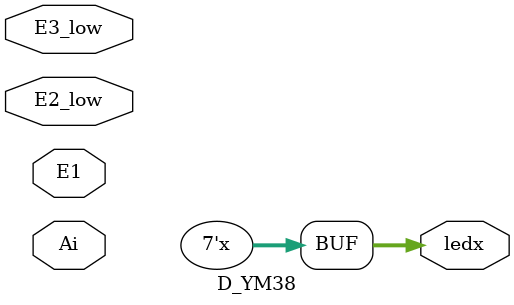
<source format=v>
module D_YM38(Ai,E1,E2_low,E3_low,ledx);
  
  input [3:0] Ai;
  input  E1;               //高电平有效使能端
  input  E2_low;           //低电平有效使能端
  input  E3_low;           //低电平有效使能
  
  reg a,b,c,d,e,f,g;
  reg [15:0] Y_low;
  
  
  output [6:0] ledx;
  
  
initial begin
  a <= 1'b0;
  b <= 1'b0;
  c <= 1'b0;
  d <= 1'b0;
  e <= 1'b0;
  f <= 1'b0;
  g <= 1'b0;
end  
  
always @ (Ai) begin
  if(E1 && ~E2_low && ~E3_low)
    case(Ai)
	 4'b0000: Y_low =16'b1111_1111_1111_1110;
	 4'b0001: Y_low =16'b1111_1111_1111_1101;
	 4'b0010: Y_low =16'b1111_1111_1111_1011;
	 4'b0011: Y_low =16'b1111_1111_1111_0111;
	 4'b0100: Y_low =16'b1111_1111_1110_1111;
	 4'b0101: Y_low =16'b1111_1111_1101_1111;
	 4'b0110: Y_low =16'b1111_1111_1011_1111;
	 4'b0111: Y_low =16'b1111_1111_0111_1111;
	 4'b1000: Y_low =16'b1111_1110_1111_1111;
	 4'b1001: Y_low =16'b1111_1101_1111_1111;
	 4'b1010: Y_low =16'b1111_1011_1111_1111;
	 4'b1011: Y_low =16'b1111_0111_1111_1111;
	 4'b1100: Y_low =16'b1110_1111_1111_1111;
	 4'b1101: Y_low =16'b1101_1111_1111_1111;
	 4'b1110: Y_low =16'b1011_1111_1111_1111;
	 4'b1111: Y_low =16'b0111_1111_1111_1111;
	 default: Y_low =16'b1111_1111_1111_1111;
    endcase 
  else
    Y_low =16'b1111_1111_1111_1111;
  
  if(!(Y[0] && Y[2] && Y[3] && Y[5] && Y[6] && Y[7] && Y[8] && Y[9]))
    a <= 1'b1;
	 
  if(!(Y[0] && Y[1] && Y[2] && Y[3] && Y[4] && Y[7] && Y[8] && Y[9]))
    b <= 1'b1;
	 
  if(!(Y[0] && Y[1] && Y[3] && Y[4] && Y[5] && Y[6] && Y[7] && Y[8] && Y[9]))
    c <= 1'b1;
	 
  if(!(Y[0] && Y[2] && Y[3] && Y[5] && Y[6] && Y[8] && Y[9]))
    d <= 1'b1;
	 
  if(!(Y[0] && Y[2] && Y[6] && Y[8]))
    e <= 1'b1;
	 
  if(!(Y[0] && Y[4] && Y[5] && Y[6] && Y[8] && Y[9]))
    f <= 1'b1;
	 
  if(!(Y[2] && Y[3] && Y[4] &&Y[5] && Y[6] && Y[8] && Y[9]))
    g <= 1'b1;
	 

  ledx = {a,b,c,d,e,f,g};
  
  
end  
  
  
  
  



endmodule
</source>
